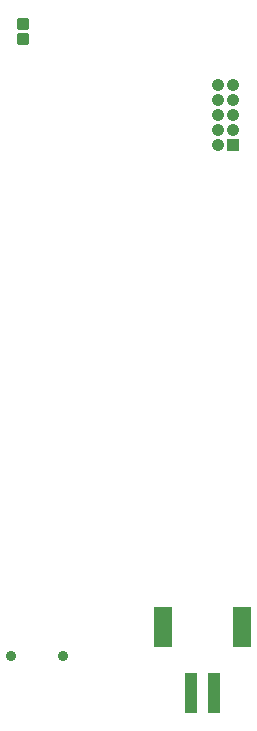
<source format=gbr>
%TF.GenerationSoftware,KiCad,Pcbnew,(5.99.0-10483-ga6ad7a4a70)*%
%TF.CreationDate,2021-05-17T14:47:55+02:00*%
%TF.ProjectId,quadkey,71756164-6b65-4792-9e6b-696361645f70,rev?*%
%TF.SameCoordinates,Original*%
%TF.FileFunction,Soldermask,Bot*%
%TF.FilePolarity,Negative*%
%FSLAX46Y46*%
G04 Gerber Fmt 4.6, Leading zero omitted, Abs format (unit mm)*
G04 Created by KiCad (PCBNEW (5.99.0-10483-ga6ad7a4a70)) date 2021-05-17 14:47:55*
%MOMM*%
%LPD*%
G01*
G04 APERTURE LIST*
G04 Aperture macros list*
%AMRoundRect*
0 Rectangle with rounded corners*
0 $1 Rounding radius*
0 $2 $3 $4 $5 $6 $7 $8 $9 X,Y pos of 4 corners*
0 Add a 4 corners polygon primitive as box body*
4,1,4,$2,$3,$4,$5,$6,$7,$8,$9,$2,$3,0*
0 Add four circle primitives for the rounded corners*
1,1,$1+$1,$2,$3*
1,1,$1+$1,$4,$5*
1,1,$1+$1,$6,$7*
1,1,$1+$1,$8,$9*
0 Add four rect primitives between the rounded corners*
20,1,$1+$1,$2,$3,$4,$5,0*
20,1,$1+$1,$4,$5,$6,$7,0*
20,1,$1+$1,$6,$7,$8,$9,0*
20,1,$1+$1,$8,$9,$2,$3,0*%
G04 Aperture macros list end*
%ADD10C,0.900000*%
%ADD11R,1.060000X1.060000*%
%ADD12C,1.060000*%
%ADD13RoundRect,0.250000X0.250000X0.300000X-0.250000X0.300000X-0.250000X-0.300000X0.250000X-0.300000X0*%
%ADD14R,1.000000X3.500000*%
%ADD15R,1.500000X3.400000*%
G04 APERTURE END LIST*
D10*
%TO.C,con1*%
X95920000Y-113055000D03*
X100320000Y-113055000D03*
%TD*%
D11*
%TO.C,CON1*%
X114670000Y-69800000D03*
D12*
X113400000Y-69800000D03*
X114670000Y-68530000D03*
X113400000Y-68530000D03*
X114670000Y-67260000D03*
X113400000Y-67260000D03*
X114670000Y-65990000D03*
X113400000Y-65990000D03*
X114670000Y-64720000D03*
X113400000Y-64720000D03*
%TD*%
D13*
%TO.C,C9*%
X96905000Y-59555000D03*
X96905000Y-60825000D03*
%TD*%
D14*
%TO.C,BT1*%
X111090000Y-116210000D03*
X113090000Y-116210000D03*
D15*
X108740000Y-110660000D03*
X115440000Y-110660000D03*
%TD*%
M02*

</source>
